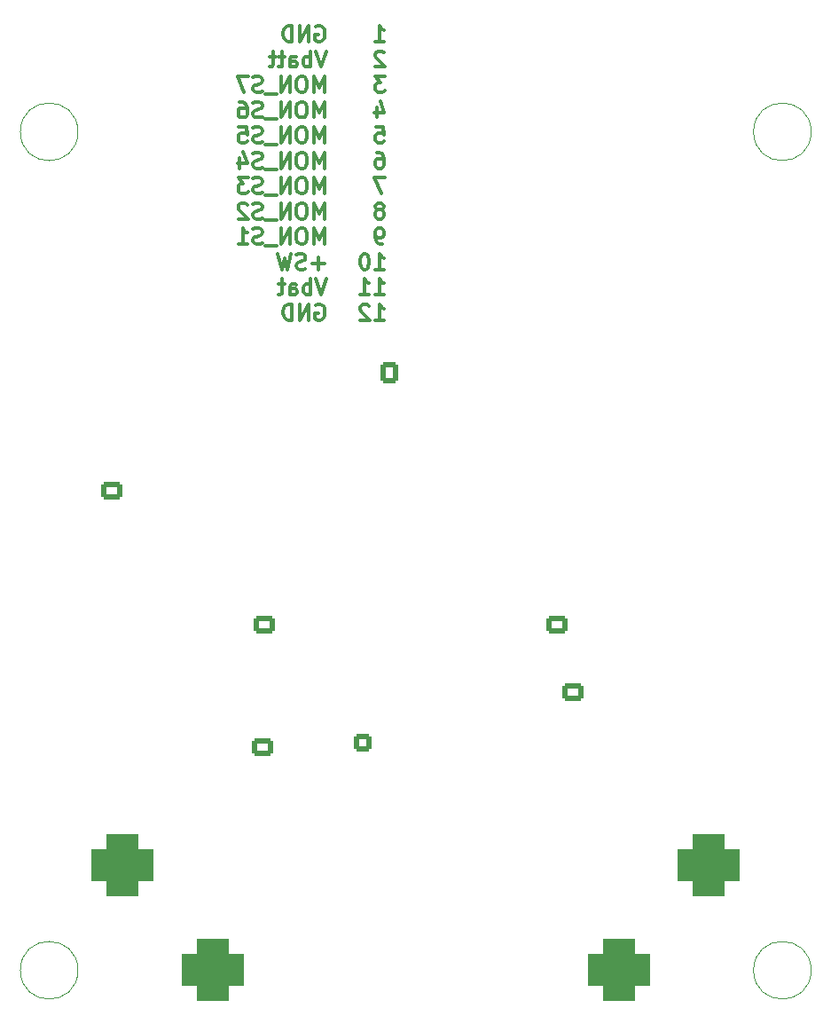
<source format=gbr>
%TF.GenerationSoftware,KiCad,Pcbnew,8.0.1*%
%TF.CreationDate,2024-07-04T14:23:12+02:00*%
%TF.ProjectId,Robuoy-Sub,526f6275-6f79-42d5-9375-622e6b696361,rev?*%
%TF.SameCoordinates,Original*%
%TF.FileFunction,Legend,Bot*%
%TF.FilePolarity,Positive*%
%FSLAX46Y46*%
G04 Gerber Fmt 4.6, Leading zero omitted, Abs format (unit mm)*
G04 Created by KiCad (PCBNEW 8.0.1) date 2024-07-04 14:23:12*
%MOMM*%
%LPD*%
G01*
G04 APERTURE LIST*
G04 Aperture macros list*
%AMRoundRect*
0 Rectangle with rounded corners*
0 $1 Rounding radius*
0 $2 $3 $4 $5 $6 $7 $8 $9 X,Y pos of 4 corners*
0 Add a 4 corners polygon primitive as box body*
4,1,4,$2,$3,$4,$5,$6,$7,$8,$9,$2,$3,0*
0 Add four circle primitives for the rounded corners*
1,1,$1+$1,$2,$3*
1,1,$1+$1,$4,$5*
1,1,$1+$1,$6,$7*
1,1,$1+$1,$8,$9*
0 Add four rect primitives between the rounded corners*
20,1,$1+$1,$2,$3,$4,$5,0*
20,1,$1+$1,$4,$5,$6,$7,0*
20,1,$1+$1,$6,$7,$8,$9,0*
20,1,$1+$1,$8,$9,$2,$3,0*%
G04 Aperture macros list end*
%ADD10C,0.300000*%
%ADD11C,0.100000*%
%ADD12RoundRect,1.500000X1.500000X1.500000X-1.500000X1.500000X-1.500000X-1.500000X1.500000X-1.500000X0*%
%ADD13C,6.000000*%
%ADD14RoundRect,0.250000X0.600000X-0.600000X0.600000X0.600000X-0.600000X0.600000X-0.600000X-0.600000X0*%
%ADD15C,1.700000*%
%ADD16RoundRect,0.250000X0.725000X-0.600000X0.725000X0.600000X-0.725000X0.600000X-0.725000X-0.600000X0*%
%ADD17O,1.950000X1.700000*%
%ADD18R,1.700000X1.700000*%
%ADD19O,1.700000X1.700000*%
%ADD20C,3.000000*%
%ADD21R,1.300000X1.300000*%
%ADD22C,1.300000*%
%ADD23C,1.524000*%
%ADD24C,3.200000*%
%ADD25RoundRect,1.500000X-1.500000X-1.500000X1.500000X-1.500000X1.500000X1.500000X-1.500000X1.500000X0*%
%ADD26RoundRect,0.250000X-0.725000X0.600000X-0.725000X-0.600000X0.725000X-0.600000X0.725000X0.600000X0*%
%ADD27C,3.500000*%
%ADD28R,1.650000X1.650000*%
%ADD29RoundRect,0.250000X-0.600000X-0.725000X0.600000X-0.725000X0.600000X0.725000X-0.600000X0.725000X0*%
%ADD30O,1.700000X1.950000*%
G04 APERTURE END LIST*
D10*
X121929774Y-49282752D02*
X122786917Y-49282752D01*
X122358346Y-49282752D02*
X122358346Y-47782752D01*
X122358346Y-47782752D02*
X122501203Y-47997038D01*
X122501203Y-47997038D02*
X122644060Y-48139895D01*
X122644060Y-48139895D02*
X122786917Y-48211324D01*
X116286917Y-47854181D02*
X116429775Y-47782752D01*
X116429775Y-47782752D02*
X116644060Y-47782752D01*
X116644060Y-47782752D02*
X116858346Y-47854181D01*
X116858346Y-47854181D02*
X117001203Y-47997038D01*
X117001203Y-47997038D02*
X117072632Y-48139895D01*
X117072632Y-48139895D02*
X117144060Y-48425609D01*
X117144060Y-48425609D02*
X117144060Y-48639895D01*
X117144060Y-48639895D02*
X117072632Y-48925609D01*
X117072632Y-48925609D02*
X117001203Y-49068466D01*
X117001203Y-49068466D02*
X116858346Y-49211324D01*
X116858346Y-49211324D02*
X116644060Y-49282752D01*
X116644060Y-49282752D02*
X116501203Y-49282752D01*
X116501203Y-49282752D02*
X116286917Y-49211324D01*
X116286917Y-49211324D02*
X116215489Y-49139895D01*
X116215489Y-49139895D02*
X116215489Y-48639895D01*
X116215489Y-48639895D02*
X116501203Y-48639895D01*
X115572632Y-49282752D02*
X115572632Y-47782752D01*
X115572632Y-47782752D02*
X114715489Y-49282752D01*
X114715489Y-49282752D02*
X114715489Y-47782752D01*
X114001203Y-49282752D02*
X114001203Y-47782752D01*
X114001203Y-47782752D02*
X113644060Y-47782752D01*
X113644060Y-47782752D02*
X113429774Y-47854181D01*
X113429774Y-47854181D02*
X113286917Y-47997038D01*
X113286917Y-47997038D02*
X113215488Y-48139895D01*
X113215488Y-48139895D02*
X113144060Y-48425609D01*
X113144060Y-48425609D02*
X113144060Y-48639895D01*
X113144060Y-48639895D02*
X113215488Y-48925609D01*
X113215488Y-48925609D02*
X113286917Y-49068466D01*
X113286917Y-49068466D02*
X113429774Y-49211324D01*
X113429774Y-49211324D02*
X113644060Y-49282752D01*
X113644060Y-49282752D02*
X114001203Y-49282752D01*
X122786917Y-50340525D02*
X122715489Y-50269097D01*
X122715489Y-50269097D02*
X122572632Y-50197668D01*
X122572632Y-50197668D02*
X122215489Y-50197668D01*
X122215489Y-50197668D02*
X122072632Y-50269097D01*
X122072632Y-50269097D02*
X122001203Y-50340525D01*
X122001203Y-50340525D02*
X121929774Y-50483382D01*
X121929774Y-50483382D02*
X121929774Y-50626240D01*
X121929774Y-50626240D02*
X122001203Y-50840525D01*
X122001203Y-50840525D02*
X122858346Y-51697668D01*
X122858346Y-51697668D02*
X121929774Y-51697668D01*
X117286917Y-50197668D02*
X116786917Y-51697668D01*
X116786917Y-51697668D02*
X116286917Y-50197668D01*
X115786918Y-51697668D02*
X115786918Y-50197668D01*
X115786918Y-50769097D02*
X115644061Y-50697668D01*
X115644061Y-50697668D02*
X115358346Y-50697668D01*
X115358346Y-50697668D02*
X115215489Y-50769097D01*
X115215489Y-50769097D02*
X115144061Y-50840525D01*
X115144061Y-50840525D02*
X115072632Y-50983382D01*
X115072632Y-50983382D02*
X115072632Y-51411954D01*
X115072632Y-51411954D02*
X115144061Y-51554811D01*
X115144061Y-51554811D02*
X115215489Y-51626240D01*
X115215489Y-51626240D02*
X115358346Y-51697668D01*
X115358346Y-51697668D02*
X115644061Y-51697668D01*
X115644061Y-51697668D02*
X115786918Y-51626240D01*
X113786918Y-51697668D02*
X113786918Y-50911954D01*
X113786918Y-50911954D02*
X113858346Y-50769097D01*
X113858346Y-50769097D02*
X114001203Y-50697668D01*
X114001203Y-50697668D02*
X114286918Y-50697668D01*
X114286918Y-50697668D02*
X114429775Y-50769097D01*
X113786918Y-51626240D02*
X113929775Y-51697668D01*
X113929775Y-51697668D02*
X114286918Y-51697668D01*
X114286918Y-51697668D02*
X114429775Y-51626240D01*
X114429775Y-51626240D02*
X114501203Y-51483382D01*
X114501203Y-51483382D02*
X114501203Y-51340525D01*
X114501203Y-51340525D02*
X114429775Y-51197668D01*
X114429775Y-51197668D02*
X114286918Y-51126240D01*
X114286918Y-51126240D02*
X113929775Y-51126240D01*
X113929775Y-51126240D02*
X113786918Y-51054811D01*
X113286917Y-50697668D02*
X112715489Y-50697668D01*
X113072632Y-50197668D02*
X113072632Y-51483382D01*
X113072632Y-51483382D02*
X113001203Y-51626240D01*
X113001203Y-51626240D02*
X112858346Y-51697668D01*
X112858346Y-51697668D02*
X112715489Y-51697668D01*
X112429774Y-50697668D02*
X111858346Y-50697668D01*
X112215489Y-50197668D02*
X112215489Y-51483382D01*
X112215489Y-51483382D02*
X112144060Y-51626240D01*
X112144060Y-51626240D02*
X112001203Y-51697668D01*
X112001203Y-51697668D02*
X111858346Y-51697668D01*
X122858346Y-52612584D02*
X121929774Y-52612584D01*
X121929774Y-52612584D02*
X122429774Y-53184013D01*
X122429774Y-53184013D02*
X122215489Y-53184013D01*
X122215489Y-53184013D02*
X122072632Y-53255441D01*
X122072632Y-53255441D02*
X122001203Y-53326870D01*
X122001203Y-53326870D02*
X121929774Y-53469727D01*
X121929774Y-53469727D02*
X121929774Y-53826870D01*
X121929774Y-53826870D02*
X122001203Y-53969727D01*
X122001203Y-53969727D02*
X122072632Y-54041156D01*
X122072632Y-54041156D02*
X122215489Y-54112584D01*
X122215489Y-54112584D02*
X122644060Y-54112584D01*
X122644060Y-54112584D02*
X122786917Y-54041156D01*
X122786917Y-54041156D02*
X122858346Y-53969727D01*
X117072632Y-54112584D02*
X117072632Y-52612584D01*
X117072632Y-52612584D02*
X116572632Y-53684013D01*
X116572632Y-53684013D02*
X116072632Y-52612584D01*
X116072632Y-52612584D02*
X116072632Y-54112584D01*
X115072631Y-52612584D02*
X114786917Y-52612584D01*
X114786917Y-52612584D02*
X114644060Y-52684013D01*
X114644060Y-52684013D02*
X114501203Y-52826870D01*
X114501203Y-52826870D02*
X114429774Y-53112584D01*
X114429774Y-53112584D02*
X114429774Y-53612584D01*
X114429774Y-53612584D02*
X114501203Y-53898298D01*
X114501203Y-53898298D02*
X114644060Y-54041156D01*
X114644060Y-54041156D02*
X114786917Y-54112584D01*
X114786917Y-54112584D02*
X115072631Y-54112584D01*
X115072631Y-54112584D02*
X115215489Y-54041156D01*
X115215489Y-54041156D02*
X115358346Y-53898298D01*
X115358346Y-53898298D02*
X115429774Y-53612584D01*
X115429774Y-53612584D02*
X115429774Y-53112584D01*
X115429774Y-53112584D02*
X115358346Y-52826870D01*
X115358346Y-52826870D02*
X115215489Y-52684013D01*
X115215489Y-52684013D02*
X115072631Y-52612584D01*
X113786917Y-54112584D02*
X113786917Y-52612584D01*
X113786917Y-52612584D02*
X112929774Y-54112584D01*
X112929774Y-54112584D02*
X112929774Y-52612584D01*
X112572631Y-54255441D02*
X111429773Y-54255441D01*
X111144059Y-54041156D02*
X110929774Y-54112584D01*
X110929774Y-54112584D02*
X110572631Y-54112584D01*
X110572631Y-54112584D02*
X110429774Y-54041156D01*
X110429774Y-54041156D02*
X110358345Y-53969727D01*
X110358345Y-53969727D02*
X110286916Y-53826870D01*
X110286916Y-53826870D02*
X110286916Y-53684013D01*
X110286916Y-53684013D02*
X110358345Y-53541156D01*
X110358345Y-53541156D02*
X110429774Y-53469727D01*
X110429774Y-53469727D02*
X110572631Y-53398298D01*
X110572631Y-53398298D02*
X110858345Y-53326870D01*
X110858345Y-53326870D02*
X111001202Y-53255441D01*
X111001202Y-53255441D02*
X111072631Y-53184013D01*
X111072631Y-53184013D02*
X111144059Y-53041156D01*
X111144059Y-53041156D02*
X111144059Y-52898298D01*
X111144059Y-52898298D02*
X111072631Y-52755441D01*
X111072631Y-52755441D02*
X111001202Y-52684013D01*
X111001202Y-52684013D02*
X110858345Y-52612584D01*
X110858345Y-52612584D02*
X110501202Y-52612584D01*
X110501202Y-52612584D02*
X110286916Y-52684013D01*
X109786917Y-52612584D02*
X108786917Y-52612584D01*
X108786917Y-52612584D02*
X109429774Y-54112584D01*
X122072632Y-55527500D02*
X122072632Y-56527500D01*
X122429774Y-54956072D02*
X122786917Y-56027500D01*
X122786917Y-56027500D02*
X121858346Y-56027500D01*
X117072632Y-56527500D02*
X117072632Y-55027500D01*
X117072632Y-55027500D02*
X116572632Y-56098929D01*
X116572632Y-56098929D02*
X116072632Y-55027500D01*
X116072632Y-55027500D02*
X116072632Y-56527500D01*
X115072631Y-55027500D02*
X114786917Y-55027500D01*
X114786917Y-55027500D02*
X114644060Y-55098929D01*
X114644060Y-55098929D02*
X114501203Y-55241786D01*
X114501203Y-55241786D02*
X114429774Y-55527500D01*
X114429774Y-55527500D02*
X114429774Y-56027500D01*
X114429774Y-56027500D02*
X114501203Y-56313214D01*
X114501203Y-56313214D02*
X114644060Y-56456072D01*
X114644060Y-56456072D02*
X114786917Y-56527500D01*
X114786917Y-56527500D02*
X115072631Y-56527500D01*
X115072631Y-56527500D02*
X115215489Y-56456072D01*
X115215489Y-56456072D02*
X115358346Y-56313214D01*
X115358346Y-56313214D02*
X115429774Y-56027500D01*
X115429774Y-56027500D02*
X115429774Y-55527500D01*
X115429774Y-55527500D02*
X115358346Y-55241786D01*
X115358346Y-55241786D02*
X115215489Y-55098929D01*
X115215489Y-55098929D02*
X115072631Y-55027500D01*
X113786917Y-56527500D02*
X113786917Y-55027500D01*
X113786917Y-55027500D02*
X112929774Y-56527500D01*
X112929774Y-56527500D02*
X112929774Y-55027500D01*
X112572631Y-56670357D02*
X111429773Y-56670357D01*
X111144059Y-56456072D02*
X110929774Y-56527500D01*
X110929774Y-56527500D02*
X110572631Y-56527500D01*
X110572631Y-56527500D02*
X110429774Y-56456072D01*
X110429774Y-56456072D02*
X110358345Y-56384643D01*
X110358345Y-56384643D02*
X110286916Y-56241786D01*
X110286916Y-56241786D02*
X110286916Y-56098929D01*
X110286916Y-56098929D02*
X110358345Y-55956072D01*
X110358345Y-55956072D02*
X110429774Y-55884643D01*
X110429774Y-55884643D02*
X110572631Y-55813214D01*
X110572631Y-55813214D02*
X110858345Y-55741786D01*
X110858345Y-55741786D02*
X111001202Y-55670357D01*
X111001202Y-55670357D02*
X111072631Y-55598929D01*
X111072631Y-55598929D02*
X111144059Y-55456072D01*
X111144059Y-55456072D02*
X111144059Y-55313214D01*
X111144059Y-55313214D02*
X111072631Y-55170357D01*
X111072631Y-55170357D02*
X111001202Y-55098929D01*
X111001202Y-55098929D02*
X110858345Y-55027500D01*
X110858345Y-55027500D02*
X110501202Y-55027500D01*
X110501202Y-55027500D02*
X110286916Y-55098929D01*
X109001203Y-55027500D02*
X109286917Y-55027500D01*
X109286917Y-55027500D02*
X109429774Y-55098929D01*
X109429774Y-55098929D02*
X109501203Y-55170357D01*
X109501203Y-55170357D02*
X109644060Y-55384643D01*
X109644060Y-55384643D02*
X109715488Y-55670357D01*
X109715488Y-55670357D02*
X109715488Y-56241786D01*
X109715488Y-56241786D02*
X109644060Y-56384643D01*
X109644060Y-56384643D02*
X109572631Y-56456072D01*
X109572631Y-56456072D02*
X109429774Y-56527500D01*
X109429774Y-56527500D02*
X109144060Y-56527500D01*
X109144060Y-56527500D02*
X109001203Y-56456072D01*
X109001203Y-56456072D02*
X108929774Y-56384643D01*
X108929774Y-56384643D02*
X108858345Y-56241786D01*
X108858345Y-56241786D02*
X108858345Y-55884643D01*
X108858345Y-55884643D02*
X108929774Y-55741786D01*
X108929774Y-55741786D02*
X109001203Y-55670357D01*
X109001203Y-55670357D02*
X109144060Y-55598929D01*
X109144060Y-55598929D02*
X109429774Y-55598929D01*
X109429774Y-55598929D02*
X109572631Y-55670357D01*
X109572631Y-55670357D02*
X109644060Y-55741786D01*
X109644060Y-55741786D02*
X109715488Y-55884643D01*
X122001203Y-57442416D02*
X122715489Y-57442416D01*
X122715489Y-57442416D02*
X122786917Y-58156702D01*
X122786917Y-58156702D02*
X122715489Y-58085273D01*
X122715489Y-58085273D02*
X122572632Y-58013845D01*
X122572632Y-58013845D02*
X122215489Y-58013845D01*
X122215489Y-58013845D02*
X122072632Y-58085273D01*
X122072632Y-58085273D02*
X122001203Y-58156702D01*
X122001203Y-58156702D02*
X121929774Y-58299559D01*
X121929774Y-58299559D02*
X121929774Y-58656702D01*
X121929774Y-58656702D02*
X122001203Y-58799559D01*
X122001203Y-58799559D02*
X122072632Y-58870988D01*
X122072632Y-58870988D02*
X122215489Y-58942416D01*
X122215489Y-58942416D02*
X122572632Y-58942416D01*
X122572632Y-58942416D02*
X122715489Y-58870988D01*
X122715489Y-58870988D02*
X122786917Y-58799559D01*
X117072632Y-58942416D02*
X117072632Y-57442416D01*
X117072632Y-57442416D02*
X116572632Y-58513845D01*
X116572632Y-58513845D02*
X116072632Y-57442416D01*
X116072632Y-57442416D02*
X116072632Y-58942416D01*
X115072631Y-57442416D02*
X114786917Y-57442416D01*
X114786917Y-57442416D02*
X114644060Y-57513845D01*
X114644060Y-57513845D02*
X114501203Y-57656702D01*
X114501203Y-57656702D02*
X114429774Y-57942416D01*
X114429774Y-57942416D02*
X114429774Y-58442416D01*
X114429774Y-58442416D02*
X114501203Y-58728130D01*
X114501203Y-58728130D02*
X114644060Y-58870988D01*
X114644060Y-58870988D02*
X114786917Y-58942416D01*
X114786917Y-58942416D02*
X115072631Y-58942416D01*
X115072631Y-58942416D02*
X115215489Y-58870988D01*
X115215489Y-58870988D02*
X115358346Y-58728130D01*
X115358346Y-58728130D02*
X115429774Y-58442416D01*
X115429774Y-58442416D02*
X115429774Y-57942416D01*
X115429774Y-57942416D02*
X115358346Y-57656702D01*
X115358346Y-57656702D02*
X115215489Y-57513845D01*
X115215489Y-57513845D02*
X115072631Y-57442416D01*
X113786917Y-58942416D02*
X113786917Y-57442416D01*
X113786917Y-57442416D02*
X112929774Y-58942416D01*
X112929774Y-58942416D02*
X112929774Y-57442416D01*
X112572631Y-59085273D02*
X111429773Y-59085273D01*
X111144059Y-58870988D02*
X110929774Y-58942416D01*
X110929774Y-58942416D02*
X110572631Y-58942416D01*
X110572631Y-58942416D02*
X110429774Y-58870988D01*
X110429774Y-58870988D02*
X110358345Y-58799559D01*
X110358345Y-58799559D02*
X110286916Y-58656702D01*
X110286916Y-58656702D02*
X110286916Y-58513845D01*
X110286916Y-58513845D02*
X110358345Y-58370988D01*
X110358345Y-58370988D02*
X110429774Y-58299559D01*
X110429774Y-58299559D02*
X110572631Y-58228130D01*
X110572631Y-58228130D02*
X110858345Y-58156702D01*
X110858345Y-58156702D02*
X111001202Y-58085273D01*
X111001202Y-58085273D02*
X111072631Y-58013845D01*
X111072631Y-58013845D02*
X111144059Y-57870988D01*
X111144059Y-57870988D02*
X111144059Y-57728130D01*
X111144059Y-57728130D02*
X111072631Y-57585273D01*
X111072631Y-57585273D02*
X111001202Y-57513845D01*
X111001202Y-57513845D02*
X110858345Y-57442416D01*
X110858345Y-57442416D02*
X110501202Y-57442416D01*
X110501202Y-57442416D02*
X110286916Y-57513845D01*
X108929774Y-57442416D02*
X109644060Y-57442416D01*
X109644060Y-57442416D02*
X109715488Y-58156702D01*
X109715488Y-58156702D02*
X109644060Y-58085273D01*
X109644060Y-58085273D02*
X109501203Y-58013845D01*
X109501203Y-58013845D02*
X109144060Y-58013845D01*
X109144060Y-58013845D02*
X109001203Y-58085273D01*
X109001203Y-58085273D02*
X108929774Y-58156702D01*
X108929774Y-58156702D02*
X108858345Y-58299559D01*
X108858345Y-58299559D02*
X108858345Y-58656702D01*
X108858345Y-58656702D02*
X108929774Y-58799559D01*
X108929774Y-58799559D02*
X109001203Y-58870988D01*
X109001203Y-58870988D02*
X109144060Y-58942416D01*
X109144060Y-58942416D02*
X109501203Y-58942416D01*
X109501203Y-58942416D02*
X109644060Y-58870988D01*
X109644060Y-58870988D02*
X109715488Y-58799559D01*
X122072632Y-59857332D02*
X122358346Y-59857332D01*
X122358346Y-59857332D02*
X122501203Y-59928761D01*
X122501203Y-59928761D02*
X122572632Y-60000189D01*
X122572632Y-60000189D02*
X122715489Y-60214475D01*
X122715489Y-60214475D02*
X122786917Y-60500189D01*
X122786917Y-60500189D02*
X122786917Y-61071618D01*
X122786917Y-61071618D02*
X122715489Y-61214475D01*
X122715489Y-61214475D02*
X122644060Y-61285904D01*
X122644060Y-61285904D02*
X122501203Y-61357332D01*
X122501203Y-61357332D02*
X122215489Y-61357332D01*
X122215489Y-61357332D02*
X122072632Y-61285904D01*
X122072632Y-61285904D02*
X122001203Y-61214475D01*
X122001203Y-61214475D02*
X121929774Y-61071618D01*
X121929774Y-61071618D02*
X121929774Y-60714475D01*
X121929774Y-60714475D02*
X122001203Y-60571618D01*
X122001203Y-60571618D02*
X122072632Y-60500189D01*
X122072632Y-60500189D02*
X122215489Y-60428761D01*
X122215489Y-60428761D02*
X122501203Y-60428761D01*
X122501203Y-60428761D02*
X122644060Y-60500189D01*
X122644060Y-60500189D02*
X122715489Y-60571618D01*
X122715489Y-60571618D02*
X122786917Y-60714475D01*
X117072632Y-61357332D02*
X117072632Y-59857332D01*
X117072632Y-59857332D02*
X116572632Y-60928761D01*
X116572632Y-60928761D02*
X116072632Y-59857332D01*
X116072632Y-59857332D02*
X116072632Y-61357332D01*
X115072631Y-59857332D02*
X114786917Y-59857332D01*
X114786917Y-59857332D02*
X114644060Y-59928761D01*
X114644060Y-59928761D02*
X114501203Y-60071618D01*
X114501203Y-60071618D02*
X114429774Y-60357332D01*
X114429774Y-60357332D02*
X114429774Y-60857332D01*
X114429774Y-60857332D02*
X114501203Y-61143046D01*
X114501203Y-61143046D02*
X114644060Y-61285904D01*
X114644060Y-61285904D02*
X114786917Y-61357332D01*
X114786917Y-61357332D02*
X115072631Y-61357332D01*
X115072631Y-61357332D02*
X115215489Y-61285904D01*
X115215489Y-61285904D02*
X115358346Y-61143046D01*
X115358346Y-61143046D02*
X115429774Y-60857332D01*
X115429774Y-60857332D02*
X115429774Y-60357332D01*
X115429774Y-60357332D02*
X115358346Y-60071618D01*
X115358346Y-60071618D02*
X115215489Y-59928761D01*
X115215489Y-59928761D02*
X115072631Y-59857332D01*
X113786917Y-61357332D02*
X113786917Y-59857332D01*
X113786917Y-59857332D02*
X112929774Y-61357332D01*
X112929774Y-61357332D02*
X112929774Y-59857332D01*
X112572631Y-61500189D02*
X111429773Y-61500189D01*
X111144059Y-61285904D02*
X110929774Y-61357332D01*
X110929774Y-61357332D02*
X110572631Y-61357332D01*
X110572631Y-61357332D02*
X110429774Y-61285904D01*
X110429774Y-61285904D02*
X110358345Y-61214475D01*
X110358345Y-61214475D02*
X110286916Y-61071618D01*
X110286916Y-61071618D02*
X110286916Y-60928761D01*
X110286916Y-60928761D02*
X110358345Y-60785904D01*
X110358345Y-60785904D02*
X110429774Y-60714475D01*
X110429774Y-60714475D02*
X110572631Y-60643046D01*
X110572631Y-60643046D02*
X110858345Y-60571618D01*
X110858345Y-60571618D02*
X111001202Y-60500189D01*
X111001202Y-60500189D02*
X111072631Y-60428761D01*
X111072631Y-60428761D02*
X111144059Y-60285904D01*
X111144059Y-60285904D02*
X111144059Y-60143046D01*
X111144059Y-60143046D02*
X111072631Y-60000189D01*
X111072631Y-60000189D02*
X111001202Y-59928761D01*
X111001202Y-59928761D02*
X110858345Y-59857332D01*
X110858345Y-59857332D02*
X110501202Y-59857332D01*
X110501202Y-59857332D02*
X110286916Y-59928761D01*
X109001203Y-60357332D02*
X109001203Y-61357332D01*
X109358345Y-59785904D02*
X109715488Y-60857332D01*
X109715488Y-60857332D02*
X108786917Y-60857332D01*
X122858346Y-62272248D02*
X121858346Y-62272248D01*
X121858346Y-62272248D02*
X122501203Y-63772248D01*
X117072632Y-63772248D02*
X117072632Y-62272248D01*
X117072632Y-62272248D02*
X116572632Y-63343677D01*
X116572632Y-63343677D02*
X116072632Y-62272248D01*
X116072632Y-62272248D02*
X116072632Y-63772248D01*
X115072631Y-62272248D02*
X114786917Y-62272248D01*
X114786917Y-62272248D02*
X114644060Y-62343677D01*
X114644060Y-62343677D02*
X114501203Y-62486534D01*
X114501203Y-62486534D02*
X114429774Y-62772248D01*
X114429774Y-62772248D02*
X114429774Y-63272248D01*
X114429774Y-63272248D02*
X114501203Y-63557962D01*
X114501203Y-63557962D02*
X114644060Y-63700820D01*
X114644060Y-63700820D02*
X114786917Y-63772248D01*
X114786917Y-63772248D02*
X115072631Y-63772248D01*
X115072631Y-63772248D02*
X115215489Y-63700820D01*
X115215489Y-63700820D02*
X115358346Y-63557962D01*
X115358346Y-63557962D02*
X115429774Y-63272248D01*
X115429774Y-63272248D02*
X115429774Y-62772248D01*
X115429774Y-62772248D02*
X115358346Y-62486534D01*
X115358346Y-62486534D02*
X115215489Y-62343677D01*
X115215489Y-62343677D02*
X115072631Y-62272248D01*
X113786917Y-63772248D02*
X113786917Y-62272248D01*
X113786917Y-62272248D02*
X112929774Y-63772248D01*
X112929774Y-63772248D02*
X112929774Y-62272248D01*
X112572631Y-63915105D02*
X111429773Y-63915105D01*
X111144059Y-63700820D02*
X110929774Y-63772248D01*
X110929774Y-63772248D02*
X110572631Y-63772248D01*
X110572631Y-63772248D02*
X110429774Y-63700820D01*
X110429774Y-63700820D02*
X110358345Y-63629391D01*
X110358345Y-63629391D02*
X110286916Y-63486534D01*
X110286916Y-63486534D02*
X110286916Y-63343677D01*
X110286916Y-63343677D02*
X110358345Y-63200820D01*
X110358345Y-63200820D02*
X110429774Y-63129391D01*
X110429774Y-63129391D02*
X110572631Y-63057962D01*
X110572631Y-63057962D02*
X110858345Y-62986534D01*
X110858345Y-62986534D02*
X111001202Y-62915105D01*
X111001202Y-62915105D02*
X111072631Y-62843677D01*
X111072631Y-62843677D02*
X111144059Y-62700820D01*
X111144059Y-62700820D02*
X111144059Y-62557962D01*
X111144059Y-62557962D02*
X111072631Y-62415105D01*
X111072631Y-62415105D02*
X111001202Y-62343677D01*
X111001202Y-62343677D02*
X110858345Y-62272248D01*
X110858345Y-62272248D02*
X110501202Y-62272248D01*
X110501202Y-62272248D02*
X110286916Y-62343677D01*
X109786917Y-62272248D02*
X108858345Y-62272248D01*
X108858345Y-62272248D02*
X109358345Y-62843677D01*
X109358345Y-62843677D02*
X109144060Y-62843677D01*
X109144060Y-62843677D02*
X109001203Y-62915105D01*
X109001203Y-62915105D02*
X108929774Y-62986534D01*
X108929774Y-62986534D02*
X108858345Y-63129391D01*
X108858345Y-63129391D02*
X108858345Y-63486534D01*
X108858345Y-63486534D02*
X108929774Y-63629391D01*
X108929774Y-63629391D02*
X109001203Y-63700820D01*
X109001203Y-63700820D02*
X109144060Y-63772248D01*
X109144060Y-63772248D02*
X109572631Y-63772248D01*
X109572631Y-63772248D02*
X109715488Y-63700820D01*
X109715488Y-63700820D02*
X109786917Y-63629391D01*
X122501203Y-65330021D02*
X122644060Y-65258593D01*
X122644060Y-65258593D02*
X122715489Y-65187164D01*
X122715489Y-65187164D02*
X122786917Y-65044307D01*
X122786917Y-65044307D02*
X122786917Y-64972878D01*
X122786917Y-64972878D02*
X122715489Y-64830021D01*
X122715489Y-64830021D02*
X122644060Y-64758593D01*
X122644060Y-64758593D02*
X122501203Y-64687164D01*
X122501203Y-64687164D02*
X122215489Y-64687164D01*
X122215489Y-64687164D02*
X122072632Y-64758593D01*
X122072632Y-64758593D02*
X122001203Y-64830021D01*
X122001203Y-64830021D02*
X121929774Y-64972878D01*
X121929774Y-64972878D02*
X121929774Y-65044307D01*
X121929774Y-65044307D02*
X122001203Y-65187164D01*
X122001203Y-65187164D02*
X122072632Y-65258593D01*
X122072632Y-65258593D02*
X122215489Y-65330021D01*
X122215489Y-65330021D02*
X122501203Y-65330021D01*
X122501203Y-65330021D02*
X122644060Y-65401450D01*
X122644060Y-65401450D02*
X122715489Y-65472878D01*
X122715489Y-65472878D02*
X122786917Y-65615736D01*
X122786917Y-65615736D02*
X122786917Y-65901450D01*
X122786917Y-65901450D02*
X122715489Y-66044307D01*
X122715489Y-66044307D02*
X122644060Y-66115736D01*
X122644060Y-66115736D02*
X122501203Y-66187164D01*
X122501203Y-66187164D02*
X122215489Y-66187164D01*
X122215489Y-66187164D02*
X122072632Y-66115736D01*
X122072632Y-66115736D02*
X122001203Y-66044307D01*
X122001203Y-66044307D02*
X121929774Y-65901450D01*
X121929774Y-65901450D02*
X121929774Y-65615736D01*
X121929774Y-65615736D02*
X122001203Y-65472878D01*
X122001203Y-65472878D02*
X122072632Y-65401450D01*
X122072632Y-65401450D02*
X122215489Y-65330021D01*
X117072632Y-66187164D02*
X117072632Y-64687164D01*
X117072632Y-64687164D02*
X116572632Y-65758593D01*
X116572632Y-65758593D02*
X116072632Y-64687164D01*
X116072632Y-64687164D02*
X116072632Y-66187164D01*
X115072631Y-64687164D02*
X114786917Y-64687164D01*
X114786917Y-64687164D02*
X114644060Y-64758593D01*
X114644060Y-64758593D02*
X114501203Y-64901450D01*
X114501203Y-64901450D02*
X114429774Y-65187164D01*
X114429774Y-65187164D02*
X114429774Y-65687164D01*
X114429774Y-65687164D02*
X114501203Y-65972878D01*
X114501203Y-65972878D02*
X114644060Y-66115736D01*
X114644060Y-66115736D02*
X114786917Y-66187164D01*
X114786917Y-66187164D02*
X115072631Y-66187164D01*
X115072631Y-66187164D02*
X115215489Y-66115736D01*
X115215489Y-66115736D02*
X115358346Y-65972878D01*
X115358346Y-65972878D02*
X115429774Y-65687164D01*
X115429774Y-65687164D02*
X115429774Y-65187164D01*
X115429774Y-65187164D02*
X115358346Y-64901450D01*
X115358346Y-64901450D02*
X115215489Y-64758593D01*
X115215489Y-64758593D02*
X115072631Y-64687164D01*
X113786917Y-66187164D02*
X113786917Y-64687164D01*
X113786917Y-64687164D02*
X112929774Y-66187164D01*
X112929774Y-66187164D02*
X112929774Y-64687164D01*
X112572631Y-66330021D02*
X111429773Y-66330021D01*
X111144059Y-66115736D02*
X110929774Y-66187164D01*
X110929774Y-66187164D02*
X110572631Y-66187164D01*
X110572631Y-66187164D02*
X110429774Y-66115736D01*
X110429774Y-66115736D02*
X110358345Y-66044307D01*
X110358345Y-66044307D02*
X110286916Y-65901450D01*
X110286916Y-65901450D02*
X110286916Y-65758593D01*
X110286916Y-65758593D02*
X110358345Y-65615736D01*
X110358345Y-65615736D02*
X110429774Y-65544307D01*
X110429774Y-65544307D02*
X110572631Y-65472878D01*
X110572631Y-65472878D02*
X110858345Y-65401450D01*
X110858345Y-65401450D02*
X111001202Y-65330021D01*
X111001202Y-65330021D02*
X111072631Y-65258593D01*
X111072631Y-65258593D02*
X111144059Y-65115736D01*
X111144059Y-65115736D02*
X111144059Y-64972878D01*
X111144059Y-64972878D02*
X111072631Y-64830021D01*
X111072631Y-64830021D02*
X111001202Y-64758593D01*
X111001202Y-64758593D02*
X110858345Y-64687164D01*
X110858345Y-64687164D02*
X110501202Y-64687164D01*
X110501202Y-64687164D02*
X110286916Y-64758593D01*
X109715488Y-64830021D02*
X109644060Y-64758593D01*
X109644060Y-64758593D02*
X109501203Y-64687164D01*
X109501203Y-64687164D02*
X109144060Y-64687164D01*
X109144060Y-64687164D02*
X109001203Y-64758593D01*
X109001203Y-64758593D02*
X108929774Y-64830021D01*
X108929774Y-64830021D02*
X108858345Y-64972878D01*
X108858345Y-64972878D02*
X108858345Y-65115736D01*
X108858345Y-65115736D02*
X108929774Y-65330021D01*
X108929774Y-65330021D02*
X109786917Y-66187164D01*
X109786917Y-66187164D02*
X108858345Y-66187164D01*
X122644060Y-68602080D02*
X122358346Y-68602080D01*
X122358346Y-68602080D02*
X122215489Y-68530652D01*
X122215489Y-68530652D02*
X122144060Y-68459223D01*
X122144060Y-68459223D02*
X122001203Y-68244937D01*
X122001203Y-68244937D02*
X121929774Y-67959223D01*
X121929774Y-67959223D02*
X121929774Y-67387794D01*
X121929774Y-67387794D02*
X122001203Y-67244937D01*
X122001203Y-67244937D02*
X122072632Y-67173509D01*
X122072632Y-67173509D02*
X122215489Y-67102080D01*
X122215489Y-67102080D02*
X122501203Y-67102080D01*
X122501203Y-67102080D02*
X122644060Y-67173509D01*
X122644060Y-67173509D02*
X122715489Y-67244937D01*
X122715489Y-67244937D02*
X122786917Y-67387794D01*
X122786917Y-67387794D02*
X122786917Y-67744937D01*
X122786917Y-67744937D02*
X122715489Y-67887794D01*
X122715489Y-67887794D02*
X122644060Y-67959223D01*
X122644060Y-67959223D02*
X122501203Y-68030652D01*
X122501203Y-68030652D02*
X122215489Y-68030652D01*
X122215489Y-68030652D02*
X122072632Y-67959223D01*
X122072632Y-67959223D02*
X122001203Y-67887794D01*
X122001203Y-67887794D02*
X121929774Y-67744937D01*
X117072632Y-68602080D02*
X117072632Y-67102080D01*
X117072632Y-67102080D02*
X116572632Y-68173509D01*
X116572632Y-68173509D02*
X116072632Y-67102080D01*
X116072632Y-67102080D02*
X116072632Y-68602080D01*
X115072631Y-67102080D02*
X114786917Y-67102080D01*
X114786917Y-67102080D02*
X114644060Y-67173509D01*
X114644060Y-67173509D02*
X114501203Y-67316366D01*
X114501203Y-67316366D02*
X114429774Y-67602080D01*
X114429774Y-67602080D02*
X114429774Y-68102080D01*
X114429774Y-68102080D02*
X114501203Y-68387794D01*
X114501203Y-68387794D02*
X114644060Y-68530652D01*
X114644060Y-68530652D02*
X114786917Y-68602080D01*
X114786917Y-68602080D02*
X115072631Y-68602080D01*
X115072631Y-68602080D02*
X115215489Y-68530652D01*
X115215489Y-68530652D02*
X115358346Y-68387794D01*
X115358346Y-68387794D02*
X115429774Y-68102080D01*
X115429774Y-68102080D02*
X115429774Y-67602080D01*
X115429774Y-67602080D02*
X115358346Y-67316366D01*
X115358346Y-67316366D02*
X115215489Y-67173509D01*
X115215489Y-67173509D02*
X115072631Y-67102080D01*
X113786917Y-68602080D02*
X113786917Y-67102080D01*
X113786917Y-67102080D02*
X112929774Y-68602080D01*
X112929774Y-68602080D02*
X112929774Y-67102080D01*
X112572631Y-68744937D02*
X111429773Y-68744937D01*
X111144059Y-68530652D02*
X110929774Y-68602080D01*
X110929774Y-68602080D02*
X110572631Y-68602080D01*
X110572631Y-68602080D02*
X110429774Y-68530652D01*
X110429774Y-68530652D02*
X110358345Y-68459223D01*
X110358345Y-68459223D02*
X110286916Y-68316366D01*
X110286916Y-68316366D02*
X110286916Y-68173509D01*
X110286916Y-68173509D02*
X110358345Y-68030652D01*
X110358345Y-68030652D02*
X110429774Y-67959223D01*
X110429774Y-67959223D02*
X110572631Y-67887794D01*
X110572631Y-67887794D02*
X110858345Y-67816366D01*
X110858345Y-67816366D02*
X111001202Y-67744937D01*
X111001202Y-67744937D02*
X111072631Y-67673509D01*
X111072631Y-67673509D02*
X111144059Y-67530652D01*
X111144059Y-67530652D02*
X111144059Y-67387794D01*
X111144059Y-67387794D02*
X111072631Y-67244937D01*
X111072631Y-67244937D02*
X111001202Y-67173509D01*
X111001202Y-67173509D02*
X110858345Y-67102080D01*
X110858345Y-67102080D02*
X110501202Y-67102080D01*
X110501202Y-67102080D02*
X110286916Y-67173509D01*
X108858345Y-68602080D02*
X109715488Y-68602080D01*
X109286917Y-68602080D02*
X109286917Y-67102080D01*
X109286917Y-67102080D02*
X109429774Y-67316366D01*
X109429774Y-67316366D02*
X109572631Y-67459223D01*
X109572631Y-67459223D02*
X109715488Y-67530652D01*
X121929774Y-71016996D02*
X122786917Y-71016996D01*
X122358346Y-71016996D02*
X122358346Y-69516996D01*
X122358346Y-69516996D02*
X122501203Y-69731282D01*
X122501203Y-69731282D02*
X122644060Y-69874139D01*
X122644060Y-69874139D02*
X122786917Y-69945568D01*
X121001203Y-69516996D02*
X120858346Y-69516996D01*
X120858346Y-69516996D02*
X120715489Y-69588425D01*
X120715489Y-69588425D02*
X120644061Y-69659853D01*
X120644061Y-69659853D02*
X120572632Y-69802710D01*
X120572632Y-69802710D02*
X120501203Y-70088425D01*
X120501203Y-70088425D02*
X120501203Y-70445568D01*
X120501203Y-70445568D02*
X120572632Y-70731282D01*
X120572632Y-70731282D02*
X120644061Y-70874139D01*
X120644061Y-70874139D02*
X120715489Y-70945568D01*
X120715489Y-70945568D02*
X120858346Y-71016996D01*
X120858346Y-71016996D02*
X121001203Y-71016996D01*
X121001203Y-71016996D02*
X121144061Y-70945568D01*
X121144061Y-70945568D02*
X121215489Y-70874139D01*
X121215489Y-70874139D02*
X121286918Y-70731282D01*
X121286918Y-70731282D02*
X121358346Y-70445568D01*
X121358346Y-70445568D02*
X121358346Y-70088425D01*
X121358346Y-70088425D02*
X121286918Y-69802710D01*
X121286918Y-69802710D02*
X121215489Y-69659853D01*
X121215489Y-69659853D02*
X121144061Y-69588425D01*
X121144061Y-69588425D02*
X121001203Y-69516996D01*
X117072632Y-70445568D02*
X115929775Y-70445568D01*
X116501203Y-71016996D02*
X116501203Y-69874139D01*
X115286917Y-70945568D02*
X115072632Y-71016996D01*
X115072632Y-71016996D02*
X114715489Y-71016996D01*
X114715489Y-71016996D02*
X114572632Y-70945568D01*
X114572632Y-70945568D02*
X114501203Y-70874139D01*
X114501203Y-70874139D02*
X114429774Y-70731282D01*
X114429774Y-70731282D02*
X114429774Y-70588425D01*
X114429774Y-70588425D02*
X114501203Y-70445568D01*
X114501203Y-70445568D02*
X114572632Y-70374139D01*
X114572632Y-70374139D02*
X114715489Y-70302710D01*
X114715489Y-70302710D02*
X115001203Y-70231282D01*
X115001203Y-70231282D02*
X115144060Y-70159853D01*
X115144060Y-70159853D02*
X115215489Y-70088425D01*
X115215489Y-70088425D02*
X115286917Y-69945568D01*
X115286917Y-69945568D02*
X115286917Y-69802710D01*
X115286917Y-69802710D02*
X115215489Y-69659853D01*
X115215489Y-69659853D02*
X115144060Y-69588425D01*
X115144060Y-69588425D02*
X115001203Y-69516996D01*
X115001203Y-69516996D02*
X114644060Y-69516996D01*
X114644060Y-69516996D02*
X114429774Y-69588425D01*
X113929775Y-69516996D02*
X113572632Y-71016996D01*
X113572632Y-71016996D02*
X113286918Y-69945568D01*
X113286918Y-69945568D02*
X113001203Y-71016996D01*
X113001203Y-71016996D02*
X112644061Y-69516996D01*
X121929774Y-73431912D02*
X122786917Y-73431912D01*
X122358346Y-73431912D02*
X122358346Y-71931912D01*
X122358346Y-71931912D02*
X122501203Y-72146198D01*
X122501203Y-72146198D02*
X122644060Y-72289055D01*
X122644060Y-72289055D02*
X122786917Y-72360484D01*
X120501203Y-73431912D02*
X121358346Y-73431912D01*
X120929775Y-73431912D02*
X120929775Y-71931912D01*
X120929775Y-71931912D02*
X121072632Y-72146198D01*
X121072632Y-72146198D02*
X121215489Y-72289055D01*
X121215489Y-72289055D02*
X121358346Y-72360484D01*
X117286917Y-71931912D02*
X116786917Y-73431912D01*
X116786917Y-73431912D02*
X116286917Y-71931912D01*
X115786918Y-73431912D02*
X115786918Y-71931912D01*
X115786918Y-72503341D02*
X115644061Y-72431912D01*
X115644061Y-72431912D02*
X115358346Y-72431912D01*
X115358346Y-72431912D02*
X115215489Y-72503341D01*
X115215489Y-72503341D02*
X115144061Y-72574769D01*
X115144061Y-72574769D02*
X115072632Y-72717626D01*
X115072632Y-72717626D02*
X115072632Y-73146198D01*
X115072632Y-73146198D02*
X115144061Y-73289055D01*
X115144061Y-73289055D02*
X115215489Y-73360484D01*
X115215489Y-73360484D02*
X115358346Y-73431912D01*
X115358346Y-73431912D02*
X115644061Y-73431912D01*
X115644061Y-73431912D02*
X115786918Y-73360484D01*
X113786918Y-73431912D02*
X113786918Y-72646198D01*
X113786918Y-72646198D02*
X113858346Y-72503341D01*
X113858346Y-72503341D02*
X114001203Y-72431912D01*
X114001203Y-72431912D02*
X114286918Y-72431912D01*
X114286918Y-72431912D02*
X114429775Y-72503341D01*
X113786918Y-73360484D02*
X113929775Y-73431912D01*
X113929775Y-73431912D02*
X114286918Y-73431912D01*
X114286918Y-73431912D02*
X114429775Y-73360484D01*
X114429775Y-73360484D02*
X114501203Y-73217626D01*
X114501203Y-73217626D02*
X114501203Y-73074769D01*
X114501203Y-73074769D02*
X114429775Y-72931912D01*
X114429775Y-72931912D02*
X114286918Y-72860484D01*
X114286918Y-72860484D02*
X113929775Y-72860484D01*
X113929775Y-72860484D02*
X113786918Y-72789055D01*
X113286917Y-72431912D02*
X112715489Y-72431912D01*
X113072632Y-71931912D02*
X113072632Y-73217626D01*
X113072632Y-73217626D02*
X113001203Y-73360484D01*
X113001203Y-73360484D02*
X112858346Y-73431912D01*
X112858346Y-73431912D02*
X112715489Y-73431912D01*
X121929774Y-75846828D02*
X122786917Y-75846828D01*
X122358346Y-75846828D02*
X122358346Y-74346828D01*
X122358346Y-74346828D02*
X122501203Y-74561114D01*
X122501203Y-74561114D02*
X122644060Y-74703971D01*
X122644060Y-74703971D02*
X122786917Y-74775400D01*
X121358346Y-74489685D02*
X121286918Y-74418257D01*
X121286918Y-74418257D02*
X121144061Y-74346828D01*
X121144061Y-74346828D02*
X120786918Y-74346828D01*
X120786918Y-74346828D02*
X120644061Y-74418257D01*
X120644061Y-74418257D02*
X120572632Y-74489685D01*
X120572632Y-74489685D02*
X120501203Y-74632542D01*
X120501203Y-74632542D02*
X120501203Y-74775400D01*
X120501203Y-74775400D02*
X120572632Y-74989685D01*
X120572632Y-74989685D02*
X121429775Y-75846828D01*
X121429775Y-75846828D02*
X120501203Y-75846828D01*
X116286917Y-74418257D02*
X116429775Y-74346828D01*
X116429775Y-74346828D02*
X116644060Y-74346828D01*
X116644060Y-74346828D02*
X116858346Y-74418257D01*
X116858346Y-74418257D02*
X117001203Y-74561114D01*
X117001203Y-74561114D02*
X117072632Y-74703971D01*
X117072632Y-74703971D02*
X117144060Y-74989685D01*
X117144060Y-74989685D02*
X117144060Y-75203971D01*
X117144060Y-75203971D02*
X117072632Y-75489685D01*
X117072632Y-75489685D02*
X117001203Y-75632542D01*
X117001203Y-75632542D02*
X116858346Y-75775400D01*
X116858346Y-75775400D02*
X116644060Y-75846828D01*
X116644060Y-75846828D02*
X116501203Y-75846828D01*
X116501203Y-75846828D02*
X116286917Y-75775400D01*
X116286917Y-75775400D02*
X116215489Y-75703971D01*
X116215489Y-75703971D02*
X116215489Y-75203971D01*
X116215489Y-75203971D02*
X116501203Y-75203971D01*
X115572632Y-75846828D02*
X115572632Y-74346828D01*
X115572632Y-74346828D02*
X114715489Y-75846828D01*
X114715489Y-75846828D02*
X114715489Y-74346828D01*
X114001203Y-75846828D02*
X114001203Y-74346828D01*
X114001203Y-74346828D02*
X113644060Y-74346828D01*
X113644060Y-74346828D02*
X113429774Y-74418257D01*
X113429774Y-74418257D02*
X113286917Y-74561114D01*
X113286917Y-74561114D02*
X113215488Y-74703971D01*
X113215488Y-74703971D02*
X113144060Y-74989685D01*
X113144060Y-74989685D02*
X113144060Y-75203971D01*
X113144060Y-75203971D02*
X113215488Y-75489685D01*
X113215488Y-75489685D02*
X113286917Y-75632542D01*
X113286917Y-75632542D02*
X113429774Y-75775400D01*
X113429774Y-75775400D02*
X113644060Y-75846828D01*
X113644060Y-75846828D02*
X114001203Y-75846828D01*
D11*
%TO.C,H301*%
X163560000Y-137890000D02*
G75*
G02*
X158060000Y-137890000I-2750000J0D01*
G01*
X158060000Y-137890000D02*
G75*
G02*
X163560000Y-137890000I2750000J0D01*
G01*
%TO.C,H304*%
X163560000Y-57890000D02*
G75*
G02*
X158060000Y-57890000I-2750000J0D01*
G01*
X158060000Y-57890000D02*
G75*
G02*
X163560000Y-57890000I2750000J0D01*
G01*
%TO.C,H303*%
X93560000Y-57890000D02*
G75*
G02*
X88060000Y-57890000I-2750000J0D01*
G01*
X88060000Y-57890000D02*
G75*
G02*
X93560000Y-57890000I2750000J0D01*
G01*
%TO.C,H302*%
X93560000Y-137890000D02*
G75*
G02*
X88060000Y-137890000I-2750000J0D01*
G01*
X88060000Y-137890000D02*
G75*
G02*
X93560000Y-137890000I2750000J0D01*
G01*
%TD*%
%LPC*%
D12*
%TO.C,J206*%
X106410000Y-137890000D03*
D13*
X99210000Y-137890000D03*
%TD*%
D14*
%TO.C,J101*%
X120730000Y-116142500D03*
D15*
X120730000Y-113602500D03*
X123270000Y-116142500D03*
X123270000Y-113602500D03*
X125810000Y-116142500D03*
X125810000Y-113602500D03*
X128350000Y-116142500D03*
X128350000Y-113602500D03*
X130890000Y-116142500D03*
X130890000Y-113602500D03*
%TD*%
D16*
%TO.C,J104*%
X111210000Y-116590000D03*
D17*
X111210000Y-114090000D03*
X111210000Y-111590000D03*
%TD*%
D18*
%TO.C,SW102*%
X97910000Y-115162000D03*
D19*
X100450000Y-115162000D03*
%TD*%
D20*
%TO.C,TP206*%
X125810000Y-67890000D03*
%TD*%
D21*
%TO.C,J204*%
X124382000Y-100414000D03*
D22*
X127238000Y-100414000D03*
X128482000Y-99017000D03*
X128614000Y-97152000D03*
X127580000Y-95593000D03*
X125810000Y-94990000D03*
X124040000Y-95593000D03*
X123006000Y-97152000D03*
X123138000Y-99017000D03*
X125810000Y-98990000D03*
X126763000Y-97340000D03*
X124857000Y-97340000D03*
%TD*%
D18*
%TO.C,J103*%
X107335000Y-74490000D03*
D19*
X107335000Y-77030000D03*
X107335000Y-79570000D03*
X107335000Y-82110000D03*
%TD*%
D16*
%TO.C,J202*%
X111310000Y-104890000D03*
D17*
X111310000Y-102390000D03*
X111310000Y-99890000D03*
X111310000Y-97390000D03*
X111310000Y-94890000D03*
X111310000Y-92390000D03*
X111310000Y-89890000D03*
%TD*%
D23*
%TO.C,TP301*%
X135970000Y-59790000D03*
X138510000Y-59790000D03*
X141050000Y-59790000D03*
X143590000Y-59790000D03*
X135970000Y-62330000D03*
X138510000Y-62330000D03*
X141050000Y-62330000D03*
X143590000Y-62330000D03*
X135970000Y-64870000D03*
X138510000Y-64870000D03*
X141050000Y-64870000D03*
X143590000Y-64870000D03*
X135970000Y-67410000D03*
X138510000Y-67410000D03*
X141050000Y-67410000D03*
X143590000Y-67410000D03*
%TD*%
D24*
%TO.C,H301*%
X160810000Y-137890000D03*
%TD*%
D25*
%TO.C,J205*%
X153810000Y-127890000D03*
D13*
X161010000Y-127890000D03*
%TD*%
D26*
%TO.C,J105*%
X140835000Y-111390000D03*
D17*
X140835000Y-113890000D03*
X140835000Y-116390000D03*
%TD*%
D24*
%TO.C,H304*%
X160810000Y-57890000D03*
%TD*%
D27*
%TO.C,SW201*%
X162132000Y-120878000D03*
X162132000Y-116178000D03*
X162132000Y-111478000D03*
%TD*%
D16*
%TO.C,J203*%
X139310000Y-104890000D03*
D17*
X139310000Y-102390000D03*
X139310000Y-99890000D03*
X139310000Y-97390000D03*
X139310000Y-94890000D03*
X139310000Y-92390000D03*
X139310000Y-89890000D03*
%TD*%
D24*
%TO.C,H303*%
X90810000Y-57890000D03*
%TD*%
D12*
%TO.C,J201*%
X97810000Y-127890000D03*
D13*
X90610000Y-127890000D03*
%TD*%
D26*
%TO.C,J106*%
X96810000Y-92128000D03*
D17*
X96810000Y-94628000D03*
X96810000Y-97128000D03*
X96810000Y-99628000D03*
%TD*%
D28*
%TO.C,BZ101*%
X157036000Y-83360000D03*
D15*
X157036000Y-76860000D03*
%TD*%
D23*
%TO.C,TP302*%
X146130000Y-59790000D03*
X148670000Y-59790000D03*
X151210000Y-59790000D03*
X153750000Y-59790000D03*
X146130000Y-62330000D03*
X148670000Y-62330000D03*
X151210000Y-62330000D03*
X153750000Y-62330000D03*
X146130000Y-64870000D03*
X148670000Y-64870000D03*
X151210000Y-64870000D03*
X153750000Y-64870000D03*
X146130000Y-67410000D03*
X148670000Y-67410000D03*
X151210000Y-67410000D03*
X153750000Y-67410000D03*
%TD*%
D25*
%TO.C,J207*%
X145210000Y-137890000D03*
D13*
X152410000Y-137890000D03*
%TD*%
D24*
%TO.C,H302*%
X90810000Y-137890000D03*
%TD*%
D29*
%TO.C,J102*%
X123310000Y-80872000D03*
D30*
X125810000Y-80872000D03*
X128310000Y-80872000D03*
%TD*%
D18*
%TO.C,SW101*%
X97910000Y-111334000D03*
D19*
X100450000Y-111334000D03*
%TD*%
%LPD*%
M02*

</source>
